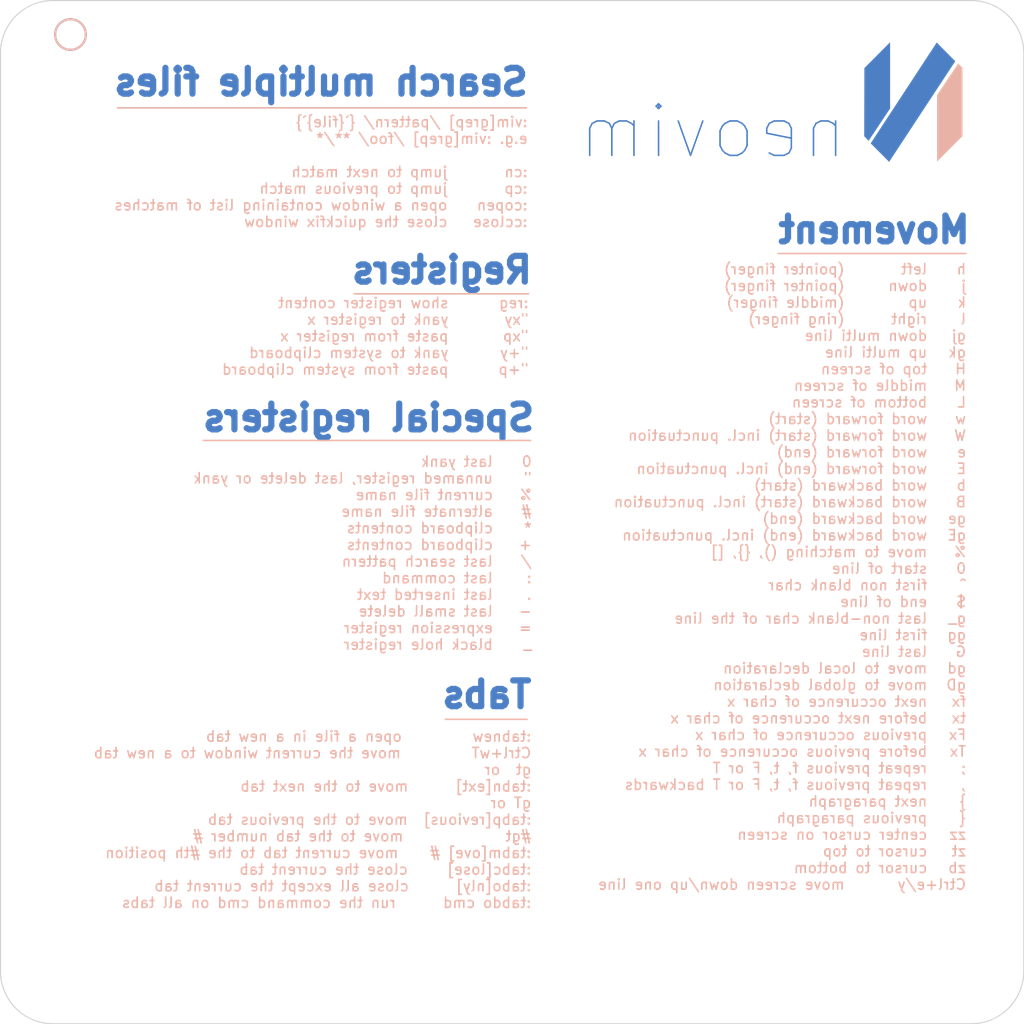
<source format=kicad_pcb>
(kicad_pcb (version 20211014) (generator pcbnew)

  (general
    (thickness 1.6)
  )

  (paper "A4")
  (layers
    (0 "F.Cu" signal)
    (31 "B.Cu" signal)
    (32 "B.Adhes" user "B.Adhesive")
    (33 "F.Adhes" user "F.Adhesive")
    (34 "B.Paste" user)
    (35 "F.Paste" user)
    (36 "B.SilkS" user "B.Silkscreen")
    (37 "F.SilkS" user "F.Silkscreen")
    (38 "B.Mask" user)
    (39 "F.Mask" user)
    (40 "Dwgs.User" user "User.Drawings")
    (41 "Cmts.User" user "User.Comments")
    (42 "Eco1.User" user "User.Eco1")
    (43 "Eco2.User" user "User.Eco2")
    (44 "Edge.Cuts" user)
    (45 "Margin" user)
    (46 "B.CrtYd" user "B.Courtyard")
    (47 "F.CrtYd" user "F.Courtyard")
    (48 "B.Fab" user)
    (49 "F.Fab" user)
    (50 "User.1" user)
    (51 "User.2" user)
    (52 "User.3" user)
    (53 "User.4" user)
    (54 "User.5" user)
    (55 "User.6" user)
    (56 "User.7" user)
    (57 "User.8" user)
    (58 "User.9" user)
  )

  (setup
    (pad_to_mask_clearance 0)
    (pcbplotparams
      (layerselection 0x00010fc_ffffffff)
      (disableapertmacros false)
      (usegerberextensions false)
      (usegerberattributes true)
      (usegerberadvancedattributes true)
      (creategerberjobfile true)
      (svguseinch false)
      (svgprecision 6)
      (excludeedgelayer true)
      (plotframeref false)
      (viasonmask false)
      (mode 1)
      (useauxorigin false)
      (hpglpennumber 1)
      (hpglpenspeed 20)
      (hpglpendiameter 15.000000)
      (dxfpolygonmode true)
      (dxfimperialunits true)
      (dxfusepcbnewfont true)
      (psnegative false)
      (psa4output false)
      (plotreference true)
      (plotvalue true)
      (plotinvisibletext false)
      (sketchpadsonfab false)
      (subtractmaskfromsilk false)
      (outputformat 1)
      (mirror false)
      (drillshape 1)
      (scaleselection 1)
      (outputdirectory "")
    )
  )

  (net 0 "")

  (gr_circle (center 154.684208 48.6) (end 153.684208 49.7) (layer "B.Cu") (width 0.2) (fill none) (tstamp 036c85c9-66a3-4a8b-8693-28497da39eb1))
  (gr_poly
    (pts
      (xy 231.543305 51.851434)
      (xy 231.526472 58.440472)
      (xy 231.950413 58.9013)
      (xy 234.034721 55.76277)
      (xy 234.034721 49.344551)
    ) (layer "B.Cu") (width 0) (fill solid) (tstamp 04bd8ec5-1c47-4db2-9b7b-9179dbdc426a))
  (gr_poly
    (pts
      (xy 232.152796 59.137127)
      (xy 233.943105 60.92799)
      (xy 240.344295 51.183472)
      (xy 238.550638 49.370991)
    ) (layer "B.Cu") (width 0) (fill solid) (tstamp beb301af-8989-4661-bfc0-d42dd55e989b))
  (gr_circle (center 154.684208 48.6) (end 153.197601 48.6) (layer "B.SilkS") (width 0.2) (fill none) (tstamp 0379a08d-0f13-4f68-8e95-f4ef22203d12))
  (gr_line (start 182.134208 73.7) (end 199.034208 73.7) (layer "B.SilkS") (width 0.15) (tstamp 16b75e6a-e7d2-44da-b646-3325c23e62d6))
  (gr_poly
    (pts
      (xy 238.584208 54.454718)
      (xy 238.584208 60.9)
      (xy 241.044833 58.44258)
      (xy 241.044833 51.826442)
      (xy 240.629449 51.406751)
    ) (layer "B.SilkS") (width 0) (fill solid) (tstamp a35d2466-4270-4092-aac6-712fdda28eb4))
  (gr_line (start 159.234208 55.7) (end 198.834208 55.7) (layer "B.SilkS") (width 0.15) (tstamp b39b0af1-bb49-4880-9057-f1c4f9466e5e))
  (gr_line (start 167.534208 87.9) (end 199.234208 87.9) (layer "B.SilkS") (width 0.15) (tstamp b9b4bd74-aa02-498b-be80-bb627b64e942))
  (gr_line (start 190.984208 114.9) (end 198.884208 114.9) (layer "B.SilkS") (width 0.15) (tstamp d9d9fadf-ea78-4b36-8df3-f5410ea5e13d))
  (gr_line (start 223.184208 69.8) (end 241.384208 69.8) (layer "B.SilkS") (width 0.15) (tstamp e0155b9b-566e-4d72-bce1-88f443b83b4e))
  (gr_poly
    (pts
      (xy 232.186584 59.125012)
      (xy 233.976893 60.915875)
      (xy 240.378083 51.171357)
      (xy 238.584426 49.358876)
    ) (layer "B.Mask") (width 0) (fill solid) (tstamp 22f6b280-937b-4cbc-96f3-864265556265))
  (gr_poly
    (pts
      (xy 231.536667 51.849884)
      (xy 231.519834 58.438922)
      (xy 231.943775 58.89975)
      (xy 234.028083 55.76122)
      (xy 234.028083 49.343001)
    ) (layer "B.Mask") (width 0) (fill solid) (tstamp c41f3ff3-64a5-4e9f-a090-b157f939b71e))
  (gr_arc (start 241.892104 45.307896) (mid 245.48421 46.795792) (end 246.972104 50.387896) (layer "Edge.Cuts") (width 0.1) (tstamp 237e8275-e61d-4a3a-a85f-0516441115be))
  (gr_line (start 147.912104 50.387896) (end 147.912102 139.287898) (layer "Edge.Cuts") (width 0.1) (tstamp 34ae7436-cdc9-4b49-9e09-27cd09938bc7))
  (gr_line (start 152.992102 144.367898) (end 241.892106 144.367898) (layer "Edge.Cuts") (width 0.1) (tstamp 413a9faf-7e8b-4c36-b209-338ae7e3c836))
  (gr_arc (start 152.992102 144.367898) (mid 149.400004 142.879998) (end 147.912102 139.287898) (layer "Edge.Cuts") (width 0.1) (tstamp 83dace97-2086-4211-87d1-50b0df9d5f8e))
  (gr_arc (start 147.912104 50.387896) (mid 149.400003 46.795795) (end 152.992104 45.307896) (layer "Edge.Cuts") (width 0.1) (tstamp a23e41b7-fb46-4d3f-a2c9-c9f878641d47))
  (gr_line (start 241.892104 45.307896) (end 152.992104 45.307896) (layer "Edge.Cuts") (width 0.1) (tstamp db36b312-89ae-4ff5-8f1f-16d793986d04))
  (gr_arc (start 246.972106 139.287898) (mid 245.484209 142.880001) (end 241.892106 144.367898) (layer "Edge.Cuts") (width 0.1) (tstamp e7e6d52d-da91-47f2-9919-1f5fe8f1a569))
  (gr_line (start 246.972106 139.287898) (end 246.972104 50.387896) (layer "Edge.Cuts") (width 0.1) (tstamp f7bc4489-a23a-449a-97e6-cd64bc82d90f))
  (gr_text "Special registers" (at 183.534208 85.7) (layer "B.Cu") (tstamp 04793b73-c89f-4c27-901e-c8fdfa616e12)
    (effects (font (size 2.5 2.5) (thickness 0.6)) (justify mirror))
  )
  (gr_text "Registers" (at 190.634208 71.4) (layer "B.Cu") (tstamp 357c28d8-5dc2-49cd-a2e1-cbcfb9451eaf)
    (effects (font (size 2.5 2.5) (thickness 0.6)) (justify mirror))
  )
  (gr_text "Tabs" (at 194.984208 112.5) (layer "B.Cu") (tstamp 4c49258e-61a3-49d7-834b-2e7469221af4)
    (effects (font (size 2.5 2.5) (thickness 0.6)) (justify mirror))
  )
  (gr_text "Movement" (at 232.484208 67.5) (layer "B.Cu") (tstamp 4cf9a0d8-6300-4ee5-a9d0-03559e6db3ee)
    (effects (font (size 2.5 2.5) (thickness 0.6)) (justify mirror))
  )
  (gr_text "neovim" (at 216.856399 57.995576) (layer "B.Cu") (tstamp e6fcff54-d217-4670-a6c4-c708f90708a9)
    (effects (font (size 5 5) (thickness 0.15)) (justify mirror))
  )
  (gr_text "Search multiple files" (at 178.934208 53.2) (layer "B.Cu") (tstamp edb3b293-fa39-4a4b-9200-171fa58ac95f)
    (effects (font (size 2.5 2.5) (thickness 0.6)) (justify mirror))
  )
  (gr_text ":reg	show register content\n{dblquote}xy		yank to register x\n{dblquote}xp		paste from register x\n{dblquote}+y		yank to system clipboard\n{dblquote}+p		paste from system clipboard" (at 199.134208 77.8) (layer "B.SilkS") (tstamp 429b047c-ca7b-4433-ac61-cd6f64d5db03)
    (effects (font (size 1 1) (thickness 0.15)) (justify left mirror))
  )
  (gr_text "0	last yank\n{dblquote} 	unnamed register, last delete or yank\n%	current file name\n#	alternate file name\n*	clipboard contents\n+ 	clipboard contents\n/	last search pattern\n:	last command\n.	last inserted text\n-	last small delete\n=	expression register\n_	black hole register" (at 199.434208 98.8) (layer "B.SilkS") (tstamp 8755c730-3634-4413-a2bd-20c7c465fb70)
    (effects (font (size 1 1) (thickness 0.15)) (justify left mirror))
  )
  (gr_text ":vim[grep] /pattern/ {`{file}`}\ne.g. :vim[grep] /foo/ **/*\n\n:cn		jump to next match\n:cp		jump to previous match\n:copen	open a window containing list of matches\n:cclose	close the quickfix window" (at 199.034208 61.9) (layer "B.SilkS") (tstamp b37db2b4-e3d1-4d94-bf14-14bd6a4b9c09)
    (effects (font (size 1 1) (thickness 0.15)) (justify left mirror))
  )
  (gr_text ":tabnew         open a file in a new tab\nCtrl+wT         move the current window to a new tab\ngt  or\n:tabn[ext]      move to the next tab\ngT or \n:tabp[revious]  move to the previous tab\n#gt             move to the tab number #\n:tabm[ove] #    move current tab to the #th position\n:tabc[lose]     close the current tab\n:tabo[nly]      close all except the current tab\n:tabdo cmd      run the command cmd on all tabs" (at 199.384208 124.6) (layer "B.SilkS") (tstamp ceda25a2-3b74-4f95-855d-8868635d08ba)
    (effects (font (size 1 1) (thickness 0.15)) (justify left mirror))
  )
  (gr_text "h	left 	(pointer finger)\nj	down 	(pointer finger)\nk	up		(middle finger)\nl	right	(ring finger)\ngj	down multi line\ngk	up multi line\nH	top of screen\nM	middle of screen\nL	bottom of screen\nw	word forward (start)\nW	word forward (start) incl. punctuation\ne	word forward (end)\nE	word forward (end) incl. punctuation\nb	word backward (start)\nB	word backward (start) incl. punctuation\nge	word backward (end)\ngE	word backward (end) incl. punctuation\n%	move to matching (), {}, []\n0 	start of line\n^	first non blank char\n$	end of line\ng_	last non-blank char of the line\ngg	first line\nG	last line\ngd	move to local declaration\ngD	move to global declaration\nfx	next occurence of char x\ntx 	before next occurence of char x\nFx	previous occurence of char x\nTx 	before previous occurence of char x\n;	repeat previous f, t, F or T\n,	repeat previous f, t, F or T backwards\n}	next paragraph\n{	previous paragraph\nzz	center cursor on screen\nzt	cursor to top\nzb	cursor to bottom\nCtrl+e/y	move screen down/up one line" (at 241.484208 101.1) (layer "B.SilkS") (tstamp f9db45fe-bf55-4182-afb3-acae8da4655f)
    (effects (font (size 1 1) (thickness 0.15)) (justify left mirror))
  )
  (gr_text "neovim" (at 216.856399 57.995576) (layer "B.Mask") (tstamp a3c4e024-c161-4f4b-8200-da4ebfad1403)
    (effects (font (size 5 5) (thickness 0.15)) (justify mirror))
  )
  (gr_text "Movement" (at 232.484208 67.5) (layer "B.Mask") (tstamp a44583ba-979e-468b-a598-971433b9109e)
    (effects (font (size 2.5 2.5) (thickness 0.6)) (justify mirror))
  )
  (gr_text "Special registers" (at 183.534208 85.7) (layer "B.Mask") (tstamp a515d309-4c7d-4c27-94ea-9374120c2579)
    (effects (font (size 2.5 2.5) (thickness 0.6)) (justify mirror))
  )
  (gr_text "Registers" (at 190.634208 71.4) (layer "B.Mask") (tstamp d62f519f-d613-419a-a067-9544201528d6)
    (effects (font (size 2.5 2.5) (thickness 0.6)) (justify mirror))
  )
  (gr_text "Search multiple files" (at 178.934208 53.2) (layer "B.Mask") (tstamp de33729f-7f8d-4598-ae93-01787a6ac63c)
    (effects (font (size 2.5 2.5) (thickness 0.6)) (justify mirror))
  )
  (gr_text "Tabs" (at 194.984208 112.5) (layer "B.Mask") (tstamp ec011dce-30c2-4b6a-9e2b-094243e3eff6)
    (effects (font (size 2.5 2.5) (thickness 0.6)) (justify mirror))
  )

  (group "" (id fb9b390c-ee34-4b39-b847-f49e809795dd)
    (members
      036c85c9-66a3-4a8b-8693-28497da39eb1
      0379a08d-0f13-4f68-8e95-f4ef22203d12
      04793b73-c89f-4c27-901e-c8fdfa616e12
      04bd8ec5-1c47-4db2-9b7b-9179dbdc426a
      16b75e6a-e7d2-44da-b646-3325c23e62d6
      22f6b280-937b-4cbc-96f3-864265556265
      237e8275-e61d-4a3a-a85f-0516441115be
      34ae7436-cdc9-4b49-9e09-27cd09938bc7
      357c28d8-5dc2-49cd-a2e1-cbcfb9451eaf
      413a9faf-7e8b-4c36-b209-338ae7e3c836
      429b047c-ca7b-4433-ac61-cd6f64d5db03
      4c49258e-61a3-49d7-834b-2e7469221af4
      4cf9a0d8-6300-4ee5-a9d0-03559e6db3ee
      83dace97-2086-4211-87d1-50b0df9d5f8e
      8755c730-3634-4413-a2bd-20c7c465fb70
      a23e41b7-fb46-4d3f-a2c9-c9f878641d47
      a35d2466-4270-4092-aac6-712fdda28eb4
      a3c4e024-c161-4f4b-8200-da4ebfad1403
      a44583ba-979e-468b-a598-971433b9109e
      a515d309-4c7d-4c27-94ea-9374120c2579
      b37db2b4-e3d1-4d94-bf14-14bd6a4b9c09
      b39b0af1-bb49-4880-9057-f1c4f9466e5e
      b9b4bd74-aa02-498b-be80-bb627b64e942
      beb301af-8989-4661-bfc0-d42dd55e989b
      c41f3ff3-64a5-4e9f-a090-b157f939b71e
      ceda25a2-3b74-4f95-855d-8868635d08ba
      d62f519f-d613-419a-a067-9544201528d6
      d9d9fadf-ea78-4b36-8df3-f5410ea5e13d
      db36b312-89ae-4ff5-8f1f-16d793986d04
      de33729f-7f8d-4598-ae93-01787a6ac63c
      e0155b9b-566e-4d72-bce1-88f443b83b4e
      e6fcff54-d217-4670-a6c4-c708f90708a9
      e7e6d52d-da91-47f2-9919-1f5fe8f1a569
      ec011dce-30c2-4b6a-9e2b-094243e3eff6
      edb3b293-fa39-4a4b-9200-171fa58ac95f
      f7bc4489-a23a-449a-97e6-cd64bc82d90f
      f9db45fe-bf55-4182-afb3-acae8da4655f
    )
  )
)

</source>
